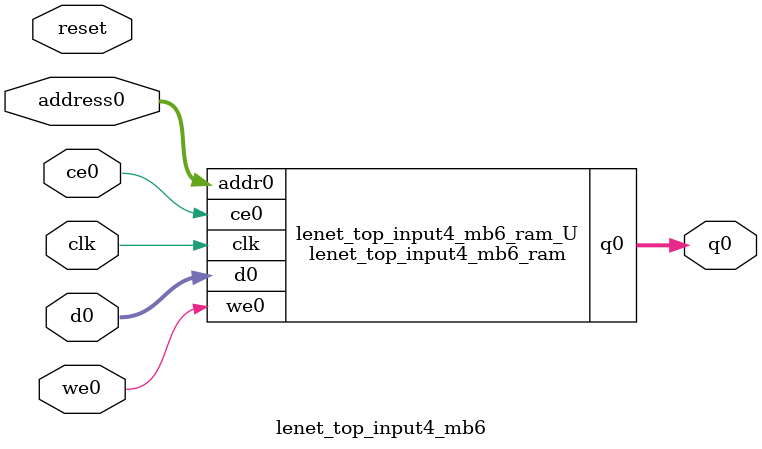
<source format=v>
`timescale 1 ns / 1 ps
module lenet_top_input4_mb6_ram (addr0, ce0, d0, we0, q0,  clk);

parameter DWIDTH = 32;
parameter AWIDTH = 11;
parameter MEM_SIZE = 1600;

input[AWIDTH-1:0] addr0;
input ce0;
input[DWIDTH-1:0] d0;
input we0;
output reg[DWIDTH-1:0] q0;
input clk;

(* ram_style = "block" *)reg [DWIDTH-1:0] ram[0:MEM_SIZE-1];




always @(posedge clk)  
begin 
    if (ce0) 
    begin
        if (we0) 
        begin 
            ram[addr0] <= d0; 
        end 
        q0 <= ram[addr0];
    end
end


endmodule

`timescale 1 ns / 1 ps
module lenet_top_input4_mb6(
    reset,
    clk,
    address0,
    ce0,
    we0,
    d0,
    q0);

parameter DataWidth = 32'd32;
parameter AddressRange = 32'd1600;
parameter AddressWidth = 32'd11;
input reset;
input clk;
input[AddressWidth - 1:0] address0;
input ce0;
input we0;
input[DataWidth - 1:0] d0;
output[DataWidth - 1:0] q0;



lenet_top_input4_mb6_ram lenet_top_input4_mb6_ram_U(
    .clk( clk ),
    .addr0( address0 ),
    .ce0( ce0 ),
    .we0( we0 ),
    .d0( d0 ),
    .q0( q0 ));

endmodule


</source>
